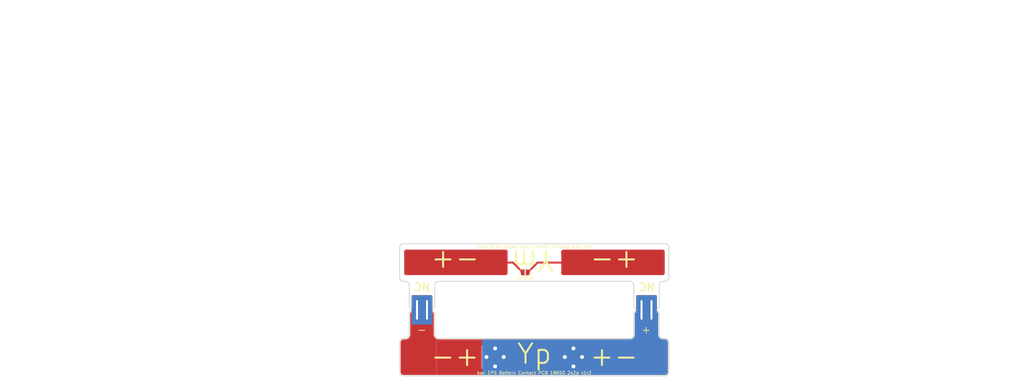
<source format=kicad_pcb>
(kicad_pcb (version 20240108) (generator "pcbnew") (generator_version "8.0")
  (title_block (title "bac EPS Battery Contact PCB 18650 2s2p v1") (date "2025-03-18") (rev "2") (company "Build a CubeSat") (comment 1 "Manuel Imboden") (comment 2 "CC BY-SA 4.0") (comment 3 "https://buildacubesat.space"))
  (layers (0 "F.Cu" signal) (31 "B.Cu" mixed) (34 "B.Paste" user) (35 "F.Paste" user) (36 "B.SilkS" user "B.Silkscreen") (37 "F.SilkS" user "F.Silkscreen") (38 "B.Mask" user) (39 "F.Mask" user) (44 "Edge.Cuts" user))
  (net 0 "")
  (net 1 "+BATT")
  (net 2 "-BATT")
  (net 3 "/BAL1")
  (net 4 "/BAL2")
  (footprint "bac EPS v1:Snaptron-FB07" (layer "F.Cu") (at 180 87.875375)
    (property "Reference" "J12" (hide yes))
    (property "Value" "Contact_Dome" (hide yes))
    (pad "1" smd circle (at -2.54 -2.54) (size 1.25 1.25) (layers "F.Cu" "F.Paste" "F.Mask") (net 4 "/BAL2"))
    (pad "1" smd circle (at -2.54 2.54) (size 1.25 1.25) (layers "F.Cu" "F.Paste" "F.Mask") (net 4 "/BAL2"))
    (pad "1" smd circle (at 0 0) (size 0.89 0.89) (layers "F.Cu" "F.Paste" "F.Mask") (net 4 "/BAL2"))
    (pad "1" smd circle (at 2.54 -2.54) (size 1.25 1.25) (layers "F.Cu" "F.Paste" "F.Mask") (net 4 "/BAL2"))
    (pad "1" smd circle (at 2.54 2.54) (size 1.25 1.25) (layers "F.Cu" "F.Paste" "F.Mask") (net 4 "/BAL2"))
  )
  (footprint "bac EPS v1:bac-eps-v1-battery-contact-pin-panelized" (layer "F.Cu") (at 178.65 99.988375)
    (property "Reference" "J2" (hide yes))
    (property "Value" "EPS_Conn" (hide yes))
    (fp_line (start 8.4 0.6) (end 8.4 0.6) (stroke (width 0.05)) (layer "Edge.Cuts"))
    (pad "1" thru_hole roundrect (at -1.27 0) (size 2.75 7.5) (drill oval 0.5 5) (layers "*.Cu" "*.Mask" "In1.Cu" "In2.Cu" "In3.Cu" "In4.Cu" "In5.Cu" "In6.Cu" "In7.Cu" "In8.Cu" "In9.Cu" "In10.Cu" "In11.Cu" "In12.Cu" "In13.Cu" "In14.Cu" "In15.Cu" "In16.Cu" "In17.Cu" "In18.Cu" "In19.Cu" "In20.Cu" "In21.Cu" "In22.Cu" "In23.Cu" "In24.Cu" "In25.Cu" "In26.Cu" "In27.Cu" "In28.Cu" "In29.Cu" "In30.Cu") (roundrect_rratio 0.1) (net 1 "+BATT"))
    (pad "1" thru_hole roundrect (at 1.27 0) (size 2.75 7.5) (drill oval 0.5 5) (layers "*.Cu" "*.Mask" "In1.Cu" "In2.Cu" "In3.Cu" "In4.Cu" "In5.Cu" "In6.Cu" "In7.Cu" "In8.Cu" "In9.Cu" "In10.Cu" "In11.Cu" "In12.Cu" "In13.Cu" "In14.Cu" "In15.Cu" "In16.Cu" "In17.Cu" "In18.Cu" "In19.Cu" "In20.Cu" "In21.Cu" "In22.Cu" "In23.Cu" "In24.Cu" "In25.Cu" "In26.Cu" "In27.Cu" "In28.Cu" "In29.Cu" "In30.Cu") (roundrect_rratio 0.1) (net 1 "+BATT"))
  )
  (footprint "bac EPS v1:Snaptron-FB07" (layer "F.Cu") (at 160 87.875376)
    (property "Reference" "J11" (hide yes))
    (property "Value" "Contact_Dome" (hide yes))
    (pad "1" smd circle (at -2.54 -2.54) (size 1.25 1.25) (layers "F.Cu" "F.Paste" "F.Mask") (net 4 "/BAL2"))
    (pad "1" smd circle (at -2.54 2.54) (size 1.25 1.25) (layers "F.Cu" "F.Paste" "F.Mask") (net 4 "/BAL2"))
    (pad "1" smd circle (at 0 0) (size 0.89 0.89) (layers "F.Cu" "F.Paste" "F.Mask") (net 4 "/BAL2"))
    (pad "1" smd circle (at 2.54 -2.54) (size 1.25 1.25) (layers "F.Cu" "F.Paste" "F.Mask") (net 4 "/BAL2"))
    (pad "1" smd circle (at 2.54 2.54) (size 1.25 1.25) (layers "F.Cu" "F.Paste" "F.Mask") (net 4 "/BAL2"))
  )
  (footprint "bac EPS v1:Snaptron-FB07" (layer "F.Cu") (at 139.999999 87.875375)
    (property "Reference" "J10" (hide yes))
    (property "Value" "Contact_Dome" (hide yes))
    (pad "1" smd circle (at -2.54 -2.54) (size 1.25 1.25) (layers "F.Cu" "F.Paste" "F.Mask") (net 3 "/BAL1"))
    (pad "1" smd circle (at -2.54 2.54) (size 1.25 1.25) (layers "F.Cu" "F.Paste" "F.Mask") (net 3 "/BAL1"))
    (pad "1" smd circle (at 0 0) (size 0.89 0.89) (layers "F.Cu" "F.Paste" "F.Mask") (net 3 "/BAL1"))
    (pad "1" smd circle (at 2.54 -2.54) (size 1.25 1.25) (layers "F.Cu" "F.Paste" "F.Mask") (net 3 "/BAL1"))
    (pad "1" smd circle (at 2.54 2.54) (size 1.25 1.25) (layers "F.Cu" "F.Paste" "F.Mask") (net 3 "/BAL1"))
  )
  (footprint "bac EPS v1:Snaptron-FB07" (layer "F.Cu") (at 180 112.050875)
    (property "Reference" "J8" (hide yes))
    (property "Value" "Contact_Dome" (hide yes))
    (pad "1" smd circle (at -2.54 -2.54) (size 1.25 1.25) (layers "F.Cu" "F.Paste" "F.Mask") (net 2 "-BATT"))
    (pad "1" smd circle (at -2.54 2.54) (size 1.25 1.25) (layers "F.Cu" "F.Paste" "F.Mask") (net 2 "-BATT"))
    (pad "1" smd circle (at 0 0) (size 0.89 0.89) (layers "F.Cu" "F.Paste" "F.Mask") (net 2 "-BATT"))
    (pad "1" smd circle (at 2.54 -2.54) (size 1.25 1.25) (layers "F.Cu" "F.Paste" "F.Mask") (net 2 "-BATT"))
    (pad "1" smd circle (at 2.54 2.54) (size 1.25 1.25) (layers "F.Cu" "F.Paste" "F.Mask") (net 2 "-BATT"))
  )
  (footprint "Jumper:SolderJumper-2_P1.3mm_Open_RoundedPad1.0x1.5mm" (layer "F.Cu") (at 147.7 90.413375)
    (property "Reference" "JP1" (hide yes))
    (property "Value" "SolderJumper_2_Open" (hide yes))
    (fp_line (start -1.4 0.3) (end -1.4 -0.3) (stroke (width 0.12)) (layer "F.SilkS"))
    (fp_line (start -0.7 -1) (end 0.7 -1) (stroke (width 0.12)) (layer "F.SilkS"))
    (fp_line (start 0.7 1) (end -0.7 1) (stroke (width 0.12)) (layer "F.SilkS"))
    (fp_line (start 1.4 -0.3) (end 1.4 0.3) (stroke (width 0.12)) (layer "F.SilkS"))
    (fp_arc (start -1.4 -0.3) (mid -1.194975 -0.794975) (end -0.7 -1) (stroke (width 0.12)) (layer "F.SilkS"))
    (fp_arc (start -0.7 1) (mid -1.194975 0.794975) (end -1.4 0.3) (stroke (width 0.12)) (layer "F.SilkS"))
    (fp_arc (start 0.7 -1) (mid 1.194975 -0.794975) (end 1.4 -0.3) (stroke (width 0.12)) (layer "F.SilkS"))
    (fp_arc (start 1.4 0.3) (mid 1.194975 0.794975) (end 0.7 1) (stroke (width 0.12)) (layer "F.SilkS"))
    (pad "1" smd custom (at -0.65 0) (size 1 0.5) (layers "F.Cu" "F.Mask") (net 3 "/BAL1") (options (clearance outline) (anchor rect)) (primitives (gr_circle (center 0 0.25) (end 0.5 0.25) (width 0) (fill yes)) (gr_circle (center 0 -0.25) (end 0.5 -0.25) (width 0) (fill yes)) (gr_poly (pts (xy 0.5 0.75) (xy 0 0.75) (xy 0 -0.75) (xy 0.5 -0.75)) (width 0) (fill yes))))
    (pad "2" smd custom (at 0.65 0) (size 1 0.5) (layers "F.Cu" "F.Mask") (net 4 "/BAL2") (options (clearance outline) (anchor rect)) (primitives (gr_circle (center 0 0.25) (end 0.5 0.25) (width 0) (fill yes)) (gr_circle (center 0 -0.25) (end 0.5 -0.25) (width 0) (fill yes)) (gr_poly (pts (xy 0 0.75) (xy -0.5 0.75) (xy -0.5 -0.75) (xy 0 -0.75)) (width 0) (fill yes))))
  )
  (footprint "bac EPS v1:Snaptron-FB07" (layer "F.Cu") (at 120 112.050875)
    (property "Reference" "J5" (hide yes))
    (property "Value" "Contact_Dome" (hide yes))
    (pad "1" smd circle (at -2.54 -2.54) (size 1.25 1.25) (layers "F.Cu" "F.Paste" "F.Mask") (net 2 "-BATT"))
    (pad "1" smd circle (at -2.54 2.54) (size 1.25 1.25) (layers "F.Cu" "F.Paste" "F.Mask") (net 2 "-BATT"))
    (pad "1" smd circle (at 0 0) (size 0.89 0.89) (layers "F.Cu" "F.Paste" "F.Mask") (net 2 "-BATT"))
    (pad "1" smd circle (at 2.54 -2.54) (size 1.25 1.25) (layers "F.Cu" "F.Paste" "F.Mask") (net 2 "-BATT"))
    (pad "1" smd circle (at 2.54 2.54) (size 1.25 1.25) (layers "F.Cu" "F.Paste" "F.Mask") (net 2 "-BATT"))
  )
  (footprint "bac EPS v1:bac-eps-v1-battery-contact-pin-panelized" (layer "F.Cu") (at 121.35 99.988375)
    (property "Reference" "J1" (hide yes))
    (property "Value" "EPS_Conn" (hide yes))
    (fp_line (start 8.4 0.6) (end 8.4 0.6) (stroke (width 0.05)) (layer "Edge.Cuts"))
    (pad "1" thru_hole roundrect (at -1.27 0) (size 2.75 7.5) (drill oval 0.5 5) (layers "*.Cu" "*.Mask" "In1.Cu" "In2.Cu" "In3.Cu" "In4.Cu" "In5.Cu" "In6.Cu" "In7.Cu" "In8.Cu" "In9.Cu" "In10.Cu" "In11.Cu" "In12.Cu" "In13.Cu" "In14.Cu" "In15.Cu" "In16.Cu" "In17.Cu" "In18.Cu" "In19.Cu" "In20.Cu" "In21.Cu" "In22.Cu" "In23.Cu" "In24.Cu" "In25.Cu" "In26.Cu" "In27.Cu" "In28.Cu" "In29.Cu" "In30.Cu") (roundrect_rratio 0.1) (net 2 "-BATT"))
    (pad "1" thru_hole roundrect (at 1.27 0) (size 2.75 7.5) (drill oval 0.5 5) (layers "*.Cu" "*.Mask" "In1.Cu" "In2.Cu" "In3.Cu" "In4.Cu" "In5.Cu" "In6.Cu" "In7.Cu" "In8.Cu" "In9.Cu" "In10.Cu" "In11.Cu" "In12.Cu" "In13.Cu" "In14.Cu" "In15.Cu" "In16.Cu" "In17.Cu" "In18.Cu" "In19.Cu" "In20.Cu" "In21.Cu" "In22.Cu" "In23.Cu" "In24.Cu" "In25.Cu" "In26.Cu" "In27.Cu" "In28.Cu" "In29.Cu" "In30.Cu") (roundrect_rratio 0.1) (net 2 "-BATT"))
  )
  (footprint "bac EPS v1:Snaptron-FB07" (layer "F.Cu") (at 140 112.050876)
    (property "Reference" "J6" (hide yes))
    (property "Value" "Contact_Dome" (hide yes))
    (pad "1" smd circle (at -2.54 -2.54) (size 1.25 1.25) (layers "F.Cu" "F.Paste" "F.Mask") (net 1 "+BATT"))
    (pad "1" smd circle (at -2.54 2.54) (size 1.25 1.25) (layers "F.Cu" "F.Paste" "F.Mask") (net 1 "+BATT"))
    (pad "1" smd circle (at 0 0) (size 0.89 0.89) (layers "F.Cu" "F.Paste" "F.Mask") (net 1 "+BATT"))
    (pad "1" smd circle (at 2.54 -2.54) (size 1.25 1.25) (layers "F.Cu" "F.Paste" "F.Mask") (net 1 "+BATT"))
    (pad "1" smd circle (at 2.54 2.54) (size 1.25 1.25) (layers "F.Cu" "F.Paste" "F.Mask") (net 1 "+BATT"))
  )
  (footprint "bac EPS v1:Snaptron-FB07" (layer "F.Cu") (at 120 87.875375)
    (property "Reference" "J9" (hide yes))
    (property "Value" "Contact_Dome" (hide yes))
    (pad "1" smd circle (at -2.54 -2.54) (size 1.25 1.25) (layers "F.Cu" "F.Paste" "F.Mask") (net 3 "/BAL1"))
    (pad "1" smd circle (at -2.54 2.54) (size 1.25 1.25) (layers "F.Cu" "F.Paste" "F.Mask") (net 3 "/BAL1"))
    (pad "1" smd circle (at 0 0) (size 0.89 0.89) (layers "F.Cu" "F.Paste" "F.Mask") (net 3 "/BAL1"))
    (pad "1" smd circle (at 2.54 -2.54) (size 1.25 1.25) (layers "F.Cu" "F.Paste" "F.Mask") (net 3 "/BAL1"))
    (pad "1" smd circle (at 2.54 2.54) (size 1.25 1.25) (layers "F.Cu" "F.Paste" "F.Mask") (net 3 "/BAL1"))
  )
  (footprint "bac EPS v1:Snaptron-FB07" (layer "F.Cu") (at 160.000001 112.050875)
    (property "Reference" "J7" (hide yes))
    (property "Value" "Contact_Dome" (hide yes))
    (pad "1" smd circle (at -2.54 -2.54) (size 1.25 1.25) (layers "F.Cu" "F.Paste" "F.Mask") (net 1 "+BATT"))
    (pad "1" smd circle (at -2.54 2.54) (size 1.25 1.25) (layers "F.Cu" "F.Paste" "F.Mask") (net 1 "+BATT"))
    (pad "1" smd circle (at 0 0) (size 0.89 0.89) (layers "F.Cu" "F.Paste" "F.Mask") (net 1 "+BATT"))
    (pad "1" smd circle (at 2.54 -2.54) (size 1.25 1.25) (layers "F.Cu" "F.Paste" "F.Mask") (net 1 "+BATT"))
    (pad "1" smd circle (at 2.54 2.54) (size 1.25 1.25) (layers "F.Cu" "F.Paste" "F.Mask") (net 1 "+BATT"))
  )
  (gr_line (start 184.35 91.700875) (end 184.35 84.100875) (stroke (width 0.2)) (layer "Edge.Cuts"))
  (gr_line (start 175.4 106.250875) (end 175.4 100.725875) (stroke (width 0.2)) (layer "Edge.Cuts"))
  (gr_arc (start 124.203554 100.329429) (mid 124.057105 99.975875) (end 124.203554 99.622321) (stroke (width 0.2)) (layer "Edge.Cuts"))
  (gr_arc (start 183.35 107.250875) (mid 184.057107 107.543768) (end 184.35 108.250875) (stroke (width 0.2)) (layer "Edge.Cuts"))
  (gr_line (start 116.649999 116.850875) (end 183.35 116.850875) (stroke (width 0.2)) (layer "Edge.Cuts"))
  (gr_line (start 181.9 106.250875) (end 181.9 100.725875) (stroke (width 0.2)) (layer "Edge.Cuts"))
  (gr_line (start 118.496446 100.329429) (end 118.1 100.725875) (stroke (width 0.2)) (layer "Edge.Cuts"))
  (gr_arc (start 181.9 93.700875) (mid 182.192893 92.993768) (end 182.9 92.700875) (stroke (width 0.2)) (layer "Edge.Cuts"))
  (gr_arc (start 115.65 84.100874) (mid 115.942893 83.393769) (end 116.649998 83.100875) (stroke (width 0.2)) (layer "Edge.Cuts"))
  (gr_line (start 175.79645 99.622325) (end 175.4 99.225875) (stroke (width 0.2)) (layer "Edge.Cuts"))
  (gr_arc (start 175.79645 99.622325) (mid 175.942895 99.975875) (end 175.79645 100.329425) (stroke (width 0.2)) (layer "Edge.Cuts"))
  (gr_arc (start 183.35 83.100875) (mid 184.057107 83.393768) (end 184.35 84.100875) (stroke (width 0.2)) (layer "Edge.Cuts"))
  (gr_line (start 184.35 115.850875) (end 184.35 108.250875) (stroke (width 0.2)) (layer "Edge.Cuts"))
  (gr_line (start 118.1 100.725875) (end 118.1 106.250876) (stroke (width 0.2)) (layer "Edge.Cuts"))
  (gr_arc (start 175.4 106.250875) (mid 175.107107 106.957982) (end 174.4 107.250875) (stroke (width 0.2)) (layer "Edge.Cuts"))
  (gr_line (start 124.6 100.725875) (end 124.6 106.250877) (stroke (width 0.2)) (layer "Edge.Cuts"))
  (gr_line (start 118.496445 99.622322) (end 118.496446 99.622321) (stroke (width 0.2)) (layer "Edge.Cuts"))
  (gr_arc (start 181.50355 100.329425) (mid 181.357105 99.975875) (end 181.50355 99.622325) (stroke (width 0.2)) (layer "Edge.Cuts"))
  (gr_line (start 124.6 93.700874) (end 124.6 99.225875) (stroke (width 0.2)) (layer "Edge.Cuts"))
  (gr_line (start 183.35 107.250875) (end 182.9 107.250875) (stroke (width 0.2)) (layer "Edge.Cuts"))
  (gr_arc (start 116.649999 116.850875) (mid 115.942894 116.557982) (end 115.65 115.850877) (stroke (width 0.2)) (layer "Edge.Cuts"))
  (gr_line (start 116.649999 92.700875) (end 117.1 92.700875) (stroke (width 0.2)) (layer "Edge.Cuts"))
  (gr_line (start 183.35 83.100875) (end 116.649998 83.100875) (stroke (width 0.2)) (layer "Edge.Cuts"))
  (gr_arc (start 184.35 91.700875) (mid 184.057107 92.407982) (end 183.35 92.700875) (stroke (width 0.2)) (layer "Edge.Cuts"))
  (gr_line (start 181.9 99.225875) (end 181.9 93.700875) (stroke (width 0.2)) (layer "Edge.Cuts"))
  (gr_arc (start 115.65 108.250874) (mid 115.942893 107.543768) (end 116.649999 107.250875) (stroke (width 0.2)) (layer "Edge.Cuts"))
  (gr_line (start 174.4 92.700875) (end 125.6 92.700875) (stroke (width 0.2)) (layer "Edge.Cuts"))
  (gr_line (start 115.65 84.100874) (end 115.65 91.700877) (stroke (width 0.2)) (layer "Edge.Cuts"))
  (gr_line (start 182.9 92.700875) (end 183.35 92.700875) (stroke (width 0.2)) (layer "Edge.Cuts"))
  (gr_arc (start 116.649999 92.700875) (mid 115.942894 92.407982) (end 115.65 91.700877) (stroke (width 0.2)) (layer "Edge.Cuts"))
  (gr_arc (start 117.1 92.700875) (mid 117.807106 92.993768) (end 118.1 93.700873) (stroke (width 0.2)) (layer "Edge.Cuts"))
  (gr_arc (start 184.35 115.850875) (mid 184.057107 116.557982) (end 183.35 116.850875) (stroke (width 0.2)) (layer "Edge.Cuts"))
  (gr_line (start 118.1 93.700873) (end 118.1 99.225875) (stroke (width 0.2)) (layer "Edge.Cuts"))
  (gr_arc (start 174.4 92.700875) (mid 175.107107 92.993768) (end 175.4 93.700875) (stroke (width 0.2)) (layer "Edge.Cuts"))
  (gr_line (start 115.65 108.250874) (end 115.65 115.850877) (stroke (width 0.2)) (layer "Edge.Cuts"))
  (gr_arc (start 118.496445 99.622322) (mid 118.642894 99.975875) (end 118.496446 100.329429) (stroke (width 0.2)) (layer "Edge.Cuts"))
  (gr_line (start 175.4 99.225875) (end 175.4 93.700875) (stroke (width 0.2)) (layer "Edge.Cuts"))
  (gr_arc (start 125.599999 107.250875) (mid 124.892894 106.957982) (end 124.6 106.250877) (stroke (width 0.2)) (layer "Edge.Cuts"))
  (gr_line (start 181.9 100.725875) (end 181.50355 100.329425) (stroke (width 0.2)) (layer "Edge.Cuts"))
  (gr_line (start 117.100002 107.250875) (end 116.649999 107.250875) (stroke (width 0.2)) (layer "Edge.Cuts"))
  (gr_line (start 124.203554 100.329429) (end 124.6 100.725875) (stroke (width 0.2)) (layer "Edge.Cuts"))
  (gr_line (start 124.6 99.225875) (end 124.203554 99.622321) (stroke (width 0.2)) (layer "Edge.Cuts"))
  (gr_line (start 181.50355 99.622325) (end 181.9 99.225875) (stroke (width 0.2)) (layer "Edge.Cuts"))
  (gr_arc (start 182.9 107.250875) (mid 182.192893 106.957982) (end 181.9 106.250875) (stroke (width 0.2)) (layer "Edge.Cuts"))
  (gr_arc (start 118.1 106.250876) (mid 117.807107 106.957981) (end 117.100002 107.250875) (stroke (width 0.2)) (layer "Edge.Cuts"))
  (gr_line (start 125.599999 107.250875) (end 174.4 107.250875) (stroke (width 0.2)) (layer "Edge.Cuts"))
  (gr_line (start 118.1 99.225875) (end 118.496446 99.622321) (stroke (width 0.2)) (layer "Edge.Cuts"))
  (gr_arc (start 124.6 93.700874) (mid 124.892894 92.993768) (end 125.6 92.700875) (stroke (width 0.2)) (layer "Edge.Cuts"))
  (gr_line (start 175.4 100.725875) (end 175.79645 100.329425) (stroke (width 0.2)) (layer "Edge.Cuts"))
  (gr_text "+" (at 177.2 106.213375 0) (layer "F.SilkS") (effects (font (size 2 2) (thickness 0.2)) (justify left bottom)))
  (gr_text "${TITLE}r${REVISION}" (at 150 83.85 180) (layer "F.SilkS") (effects (font (size 0.8 0.8) (thickness 0.12))))
  (gr_text "${TITLE}r${REVISION}" (at 150 116.05 0) (layer "F.SilkS") (effects (font (size 0.8 0.8) (thickness 0.12))))
  (gr_text "Yp" (at 145.3 114.15 0) (layer "F.SilkS") (effects (font (size 5 5) (thickness 0.5)) (justify left bottom)))
  (gr_text "-+" (at 123.25 114.713375 0) (layer "F.SilkS") (effects (font (size 5 5) (thickness 0.5)) (justify left bottom)))
  (gr_text "Ym" (at 155.400001 84.413375 -180) (layer "F.SilkS") (effects (font (size 5 5) (thickness 0.5)) (justify left bottom)))
  (gr_text "NC" (at 180.949999 92.863376 -180) (layer "F.SilkS") (effects (font (size 2 2) (thickness 0.3)) (justify left bottom)))
  (gr_text "-" (at 119.9 106.213375 0) (layer "F.SilkS") (effects (font (size 2 2) (thickness 0.2)) (justify left bottom)))
  (gr_text "+-" (at 136.349999 84.563375 180) (layer "F.SilkS") (effects (font (size 5 5) (thickness 0.5)) (justify right bottom mirror)))
  (gr_text "+-" (at 163.85 114.713375 0) (layer "F.SilkS") (effects (font (size 5 5) (thickness 0.5)) (justify left bottom)))
  (gr_text "NC" (at 123.599999 92.813375 -180) (layer "F.SilkS") (effects (font (size 2 2) (thickness 0.3)) (justify left bottom)))
  (gr_text "-+" (at 176.949999 84.563375 180) (layer "F.SilkS") (effects (font (size 5 5) (thickness 0.5)) (justify right bottom mirror)))
  (gr_text "Balance" (at 147.7 91.575 180) (layer "F.SilkS") (effects (font (size 0.8 0.8) (thickness 0.1)) (justify bottom)))
  (via (at 140 114.413375) (size 1.5) (drill 1) (layers "F.Cu" "B.Cu") (net 1))
  (via (at 157.8 112.013375) (size 1.5) (drill 1) (layers "F.Cu" "B.Cu") (net 1))
  (via (at 162.2 112.013375) (size 1.5) (drill 1) (layers "F.Cu" "B.Cu") (net 1))
  (via (at 160 114.413375) (size 1.5) (drill 1) (layers "F.Cu" "B.Cu") (net 1))
  (via (at 142.2 112.013375) (size 1.5) (drill 1) (layers "F.Cu" "B.Cu") (net 1))
  (via (at 140 109.813375) (size 1.5) (drill 1) (layers "F.Cu" "B.Cu") (net 1))
  (via (at 160 109.813375) (size 1.5) (drill 1) (layers "F.Cu" "B.Cu") (net 1))
  (via (at 137.8 112.013375) (size 1.5) (drill 1) (layers "F.Cu" "B.Cu") (net 1))
  (segment (start 147.05 90.413375) (end 144.55 87.913375) (width 0.5) (layer "F.Cu") (net 3))
  (segment (start 144.55 87.913375) (end 140.037999 87.913375) (width 0.5) (layer "F.Cu") (net 3))
  (segment (start 140.037999 87.913375) (end 139.999999 87.875375) (width 0.5) (layer "F.Cu") (net 3))
  (segment (start 159.962001 87.913375) (end 160 87.875376) (width 0.5) (layer "F.Cu") (net 4))
  (segment (start 150.85 87.913375) (end 159.962001 87.913375) (width 0.5) (layer "F.Cu") (net 4))
  (segment (start 148.35 90.413375) (end 150.85 87.913375) (width 0.5) (layer "F.Cu") (net 4))
  (zone (net 4) (net_name "/BAL2") (layer "F.Cu") (name "S2") (priority 1) (connect_pads yes (clearance 0)) (min_thickness 0.25) (fill yes (thermal_gap 0.5) (thermal_bridge_width 0.5) (smoothing fillet) (radius 0.5))
    (polygon (pts (xy 156.9 84.613375) (xy 183.3 84.613375) (xy 183.3 91.113375) (xy 156.9 91.113375)))
  )
  (zone (net 2) (net_name "-BATT") (layer "F.Cu") (name "-BATT") (connect_pads (clearance 0)) (min_thickness 0.25) (fill yes (thermal_gap 1) (thermal_bridge_width 0.75) (smoothing fillet) (radius 0.5))
    (polygon (pts (xy 116.1 100.163375) (xy 125 100.163375) (xy 125 117.363375) (xy 115.25 117.363375) (xy 115.25 100.363375)))
  )
  (zone (net 1) (net_name "+BATT") (layer "F.Cu") (name "+BATT") (priority 2) (connect_pads (clearance 0)) (min_thickness 0.25) (fill yes (thermal_gap 1) (thermal_bridge_width 0.75) (smoothing fillet) (radius 0.5))
    (polygon (pts (xy 156.8 108.813375) (xy 163.2 108.813375) (xy 163.2 115.213375) (xy 156.8 115.213375)))
  )
  (zone (net 2) (net_name "-BATT") (layer "F.Cu") (name "-BATT") (connect_pads (clearance 0)) (min_thickness 0.25) (fill yes (thermal_gap 1) (thermal_bridge_width 0.75) (smoothing fillet) (radius 0.5))
    (polygon (pts (xy 184.8 107.503375) (xy 174.35 107.503375) (xy 173.850008 107.27253) (xy 125 107.313375) (xy 125 117.363375) (xy 184.8 117.413375)))
  )
  (zone (net 1) (net_name "+BATT") (layer "F.Cu") (name "+BATT") (priority 2) (connect_pads (clearance 0)) (min_thickness 0.25) (fill yes (thermal_gap 1) (thermal_bridge_width 0.75) (smoothing fillet) (radius 0.5))
    (polygon (pts (xy 136.8 108.813375) (xy 143.2 108.813375) (xy 143.2 115.213375) (xy 136.8 115.213375)))
  )
  (zone (net 3) (net_name "/BAL1") (layer "F.Cu") (name "S1") (priority 1) (connect_pads yes (clearance 0)) (min_thickness 0.25) (fill yes (thermal_gap 0.5) (thermal_bridge_width 0.5) (smoothing fillet) (radius 0.5))
    (polygon (pts (xy 116.8 84.613375) (xy 143.2 84.613375) (xy 143.2 91.113375) (xy 116.8 91.113375)))
  )
  (zone (net 1) (net_name "+BATT") (layer "B.Cu") (name "+BATT") (priority 2) (connect_pads (clearance 0)) (min_thickness 0.25) (fill yes (thermal_gap 1) (thermal_bridge_width 0.75) (smoothing fillet) (radius 0.5))
    (polygon (pts (xy 136.7 100.113375) (xy 184.6 100.113375) (xy 184.6 117.013375) (xy 136.7 117.013375)))
  )
)
</source>
